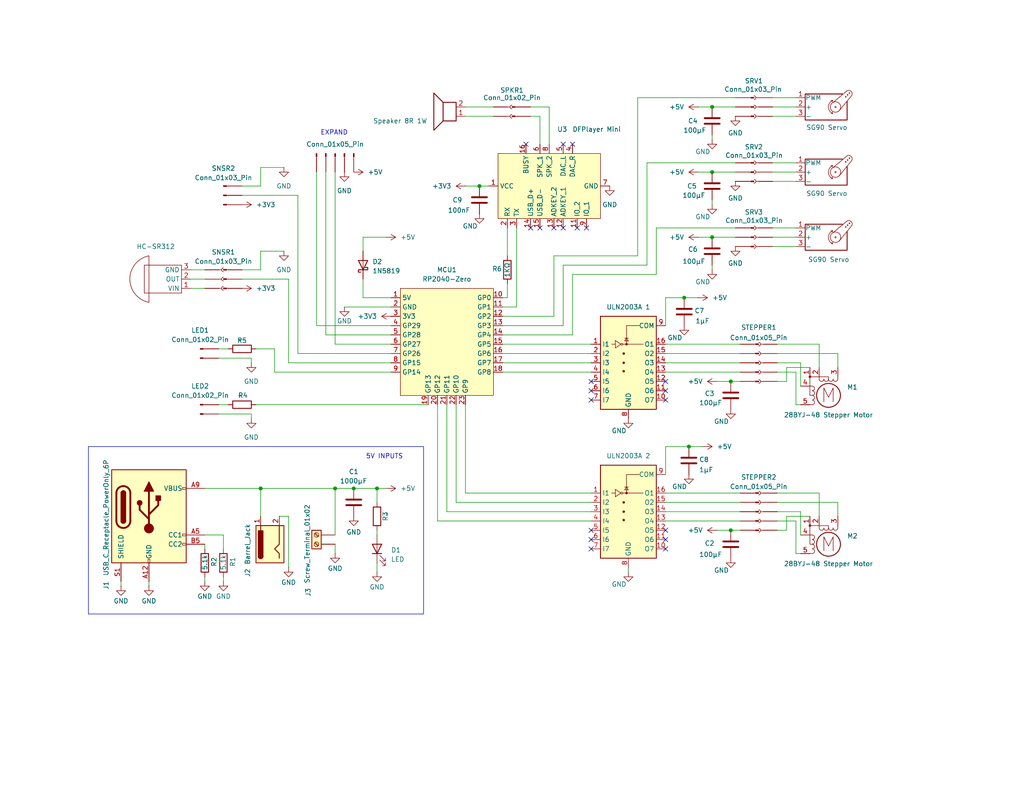
<source format=kicad_sch>
(kicad_sch (version 20250114) (generator "eeschema") (generator_version "9.0")
  (paper "USLetter")
  (title_block (title "Creature Control") (date "2025-09-21") (rev "1.1"))
  (lib_symbols
    (symbol "Conn_01x02_Pin_1" (pin_numbers (hide yes)) (pin_names (offset 1.016) (hide yes))
      (property "Reference" "J" (at 0 2.54 0))
      (property "Value" "Conn_01x02_Pin" (at 0 -5.08 0))
      (symbol "Conn_01x02_Pin_1_1_1"
        (pin passive line (at 5.08 0 180) (length 3.81) (name "Pin_1") (number "1"))
        (pin passive line (at 5.08 -2.54 180) (length 3.81) (name "Pin_2") (number "2"))
      )
    )
    (symbol "Conn_01x03_Pin_1" (pin_numbers (hide yes)) (pin_names (offset 1.016) (hide yes))
      (property "Reference" "J" (at 0 5.08 0))
      (property "Value" "Conn_01x03_Pin" (at 0 -5.08 0))
      (symbol "Conn_01x03_Pin_1_1_1"
        (pin passive line (at 5.08 2.54 180) (length 3.81) (name "Pin_1") (number "1"))
        (pin passive line (at 5.08 0 180) (length 3.81) (name "Pin_2") (number "2"))
        (pin passive line (at 5.08 -2.54 180) (length 3.81) (name "Pin_3") (number "3"))
      )
    )
    (symbol "Conn_01x03_Pin_2" (pin_numbers (hide yes)) (pin_names (offset 1.016) (hide yes))
      (property "Reference" "J" (at 0 5.08 0))
      (property "Value" "Conn_01x03_Pin" (at 0 -5.08 0))
      (symbol "Conn_01x03_Pin_2_1_1"
        (pin passive line (at 5.08 2.54 180) (length 3.81) (name "Pin_1") (number "1"))
        (pin passive line (at 5.08 0 180) (length 3.81) (name "Pin_2") (number "2"))
        (pin passive line (at 5.08 -2.54 180) (length 3.81) (name "Pin_3") (number "3"))
      )
    )
    (symbol "Conn_01x03_Socket_1" (pin_numbers (hide yes)) (pin_names (offset 1.016) (hide yes))
      (property "Reference" "J" (at 0 5.08 0))
      (property "Value" "Conn_01x03_Socket" (at 0 -5.08 0))
      (symbol "Conn_01x03_Socket_1_1_1"
        (pin passive line (at -5.08 2.54 0) (length 3.81) (name "Pin_1") (number "1"))
        (pin passive line (at -5.08 0 0) (length 3.81) (name "Pin_2") (number "2"))
        (pin passive line (at -5.08 -2.54 0) (length 3.81) (name "Pin_3") (number "3"))
      )
    )
    (symbol "Conn_01x05_Pin_1" (pin_numbers (hide yes)) (pin_names (offset 1.016) (hide yes))
      (property "Reference" "J" (at 0 7.62 0))
      (property "Value" "Conn_01x05_Pin" (at 0 -7.62 0))
      (symbol "Conn_01x05_Pin_1_1_1"
        (pin passive line (at 5.08 5.08 180) (length 3.81) (name "Pin_1") (number "1"))
        (pin passive line (at 5.08 2.54 180) (length 3.81) (name "Pin_2") (number "2"))
        (pin passive line (at 5.08 0 180) (length 3.81) (name "Pin_3") (number "3"))
        (pin passive line (at 5.08 -2.54 180) (length 3.81) (name "Pin_4") (number "4"))
        (pin passive line (at 5.08 -5.08 180) (length 3.81) (name "Pin_5") (number "5"))
      )
    )
    (symbol "Connector:Barrel_Jack" (pin_names (offset 1.016))
      (property "Reference" "J" (at 0 5.334 0))
      (property "Value" "Barrel_Jack" (at 0 -5.08 0))
      (symbol "Barrel_Jack_1_1"
        (pin passive line (at 7.62 2.54 180) (length 2.54) (name "~") (number "1"))
        (pin passive line (at 7.62 -2.54 180) (length 2.54) (name "~") (number "2"))
      )
    )
    (symbol "Connector:Conn_01x02_Pin" (pin_numbers (hide yes)) (pin_names (offset 1.016) (hide yes))
      (property "Reference" "J" (at 0 2.54 0))
      (property "Value" "Conn_01x02_Pin" (at 0 -5.08 0))
      (symbol "Conn_01x02_Pin_1_1"
        (pin passive line (at 5.08 0 180) (length 3.81) (name "Pin_1") (number "1"))
        (pin passive line (at 5.08 -2.54 180) (length 3.81) (name "Pin_2") (number "2"))
      )
    )
    (symbol "Connector:Conn_01x02_Socket" (pin_numbers (hide yes)) (pin_names (offset 1.016) (hide yes))
      (property "Reference" "J" (at 0 2.54 0))
      (property "Value" "Conn_01x02_Socket" (at 0 -5.08 0))
      (symbol "Conn_01x02_Socket_1_1"
        (pin passive line (at -5.08 0 0) (length 3.81) (name "Pin_1") (number "1"))
        (pin passive line (at -5.08 -2.54 0) (length 3.81) (name "Pin_2") (number "2"))
      )
    )
    (symbol "Connector:Conn_01x03_Pin" (pin_numbers (hide yes)) (pin_names (offset 1.016) (hide yes))
      (property "Reference" "J" (at 0 5.08 0))
      (property "Value" "Conn_01x03_Pin" (at 0 -5.08 0))
      (symbol "Conn_01x03_Pin_1_1"
        (pin passive line (at 5.08 2.54 180) (length 3.81) (name "Pin_1") (number "1"))
        (pin passive line (at 5.08 0 180) (length 3.81) (name "Pin_2") (number "2"))
        (pin passive line (at 5.08 -2.54 180) (length 3.81) (name "Pin_3") (number "3"))
      )
    )
    (symbol "Connector:Conn_01x05_Pin" (pin_numbers (hide yes)) (pin_names (offset 1.016) (hide yes))
      (property "Reference" "J" (at 0 7.62 0))
      (property "Value" "Conn_01x05_Pin" (at 0 -7.62 0))
      (symbol "Conn_01x05_Pin_1_1"
        (pin passive line (at 5.08 5.08 180) (length 3.81) (name "Pin_1") (number "1"))
        (pin passive line (at 5.08 2.54 180) (length 3.81) (name "Pin_2") (number "2"))
        (pin passive line (at 5.08 0 180) (length 3.81) (name "Pin_3") (number "3"))
        (pin passive line (at 5.08 -2.54 180) (length 3.81) (name "Pin_4") (number "4"))
        (pin passive line (at 5.08 -5.08 180) (length 3.81) (name "Pin_5") (number "5"))
      )
    )
    (symbol "Connector:Conn_01x05_Socket" (pin_numbers (hide yes)) (pin_names (offset 1.016) (hide yes))
      (property "Reference" "J" (at 0 7.62 0))
      (property "Value" "Conn_01x05_Socket" (at 0 -7.62 0))
      (symbol "Conn_01x05_Socket_1_1"
        (pin passive line (at -5.08 5.08 0) (length 3.81) (name "Pin_1") (number "1"))
        (pin passive line (at -5.08 2.54 0) (length 3.81) (name "Pin_2") (number "2"))
        (pin passive line (at -5.08 0 0) (length 3.81) (name "Pin_3") (number "3"))
        (pin passive line (at -5.08 -2.54 0) (length 3.81) (name "Pin_4") (number "4"))
        (pin passive line (at -5.08 -5.08 0) (length 3.81) (name "Pin_5") (number "5"))
      )
    )
    (symbol "Connector:Screw_Terminal_01x02" (pin_numbers (hide yes)) (pin_names (offset 1.016) (hide yes))
      (property "Reference" "J" (at 0 2.54 0))
      (property "Value" "Screw_Terminal_01x02" (at 0 -5.08 0))
      (symbol "Screw_Terminal_01x02_1_1"
        (pin passive line (at -5.08 0 0) (length 3.81) (name "Pin_1") (number "1"))
        (pin passive line (at -5.08 -2.54 0) (length 3.81) (name "Pin_2") (number "2"))
      )
    )
    (symbol "Connector:USB_C_Receptacle_PowerOnly_6P" (pin_names (offset 1.016))
      (property "Reference" "J" (at 0 16.51 0))
      (property "Value" "USB_C_Receptacle_PowerOnly_6P" (at 0 13.97 0))
      (symbol "USB_C_Receptacle_PowerOnly_6P_1_1"
        (pin passive line (at -7.62 -17.78 90) (length 5.08) (name "SHIELD") (number "S1"))
        (pin passive line (at 0 -17.78 90) (length 5.08) (name "GND") (number "A12"))
        (pin passive line (at 0 -17.78 90) (length 5.08) (hide yes) (name "GND") (number "B12"))
        (pin passive line (at 15.24 7.62 180) (length 5.08) (name "VBUS") (number "A9"))
        (pin passive line (at 15.24 7.62 180) (length 5.08) (hide yes) (name "VBUS") (number "B9"))
        (pin bidirectional line (at 15.24 -5.08 180) (length 5.08) (name "CC1") (number "A5"))
        (pin bidirectional line (at 15.24 -7.62 180) (length 5.08) (name "CC2") (number "B5"))
      )
    )
    (symbol "Device:C" (pin_numbers (hide yes)) (pin_names (offset 0.254))
      (property "Reference" "C" (at 0.635 2.54 0))
      (property "Value" "C" (at 0.635 -2.54 0))
      (symbol "C_1_1"
        (pin passive line (at 0 3.81 270) (length 2.794) (name "~") (number "1"))
        (pin passive line (at 0 -3.81 90) (length 2.794) (name "~") (number "2"))
      )
    )
    (symbol "Device:LED" (pin_numbers (hide yes)) (pin_names (offset 1.016) (hide yes))
      (property "Reference" "D" (at 0 2.54 0))
      (property "Value" "LED" (at 0 -2.54 0))
      (symbol "LED_1_1"
        (pin passive line (at -3.81 0 0) (length 2.54) (name "K") (number "1"))
        (pin passive line (at 3.81 0 180) (length 2.54) (name "A") (number "2"))
      )
    )
    (symbol "Device:R" (pin_numbers (hide yes)) (pin_names (offset 0) (hide yes))
      (property "Reference" "R" (at 2.032 0 90))
      (property "Value" "R" (at 0 0 90))
      (symbol "R_1_1"
        (pin passive line (at 0 3.81 270) (length 1.27) (name "~") (number "1"))
        (pin passive line (at 0 -3.81 90) (length 1.27) (name "~") (number "2"))
      )
    )
    (symbol "Device:Speaker" (pin_names (offset 0) (hide yes))
      (property "Reference" "LS" (at 1.27 5.715 0))
      (property "Value" "Speaker" (at 1.27 3.81 0))
      (symbol "Speaker_1_1"
        (pin input line (at -5.08 0 0) (length 2.54) (name "1") (number "1"))
        (pin input line (at -5.08 -2.54 0) (length 2.54) (name "2") (number "2"))
      )
    )
    (symbol "Diode:1N5819" (pin_numbers (hide yes)) (pin_names (offset 1.016) (hide yes))
      (property "Reference" "D" (at 0 2.54 0))
      (property "Value" "1N5819" (at 0 -2.54 0))
      (symbol "1N5819_1_1"
        (pin passive line (at -3.81 0 0) (length 2.54) (name "K") (number "1"))
        (pin passive line (at 3.81 0 180) (length 2.54) (name "A") (number "2"))
      )
    )
    (symbol "Ken_Library:DFPlayer_Mini"
      (property "Reference" "U" (at -7.62 15.24 0))
      (property "Value" "DFPlayer Mini" (at 7.62 -15.24 0))
      (symbol "DFPlayer_Mini_1_1"
        (pin input line (at -11.43 11.43 0) (length 2.54) (name "RX") (number "2"))
        (pin output line (at -11.43 8.89 0) (length 2.54) (name "TX") (number "3"))
        (pin bidirectional line (at -11.43 5.08 0) (length 2.54) (name "USB_D+") (number "14"))
        (pin bidirectional line (at -11.43 2.54 0) (length 2.54) (name "USB_D-") (number "15"))
        (pin input line (at -11.43 -1.27 0) (length 2.54) (name "ADKEY_2") (number "13"))
        (pin input line (at -11.43 -3.81 0) (length 2.54) (name "ADKEY_1") (number "12"))
        (pin input line (at -11.43 -7.62 0) (length 2.54) (name "IO_2") (number "11"))
        (pin input line (at -11.43 -10.16 0) (length 2.54) (name "IO_1") (number "9"))
        (pin power_in line (at 0 16.51 270) (length 2.54) (name "VCC") (number "1"))
        (pin passive line (at 0 -16.51 90) (length 2.54) (hide yes) (name "GND") (number "10"))
        (pin power_in line (at 0 -16.51 90) (length 2.54) (name "GND") (number "7"))
        (pin output line (at 11.43 6.35 180) (length 2.54) (name "BUSY") (number "16"))
        (pin output line (at 11.43 2.54 180) (length 2.54) (name "SPK_1") (number "6"))
        (pin output line (at 11.43 0 180) (length 2.54) (name "SPK_2") (number "8"))
        (pin output line (at 11.43 -3.81 180) (length 2.54) (name "DAC_L") (number "5"))
        (pin output line (at 11.43 -6.35 180) (length 2.54) (name "DAC_R") (number "4"))
      )
    )
    (symbol "Ken_Library:HC-SR312"
      (property "Reference" "PIR Motion Sensor" (at 0 7.112 0))
      (symbol "HC-SR312_1_1"
        (pin input line (at -2.54 -11.43 90) (length 2.54) (name "VIN") (number "1"))
        (pin output line (at 0 -11.43 90) (length 2.54) (name "OUT") (number "2"))
        (pin input line (at 2.54 -11.43 90) (length 2.54) (name "GND") (number "3"))
      )
    )
    (symbol "Ken_Library:RP2040-Zero"
      (property "Reference" "U" (at 0 0 0))
      (property "Value" "RP2040-Zero" (at 0 8.89 0))
      (symbol "RP2040-Zero_1_1"
        (pin power_in line (at -15.24 5.08 0) (length 2.54) (name "5V") (number "1"))
        (pin power_in line (at -15.24 2.54 0) (length 2.54) (name "GND") (number "2"))
        (pin power_in line (at -15.24 0 0) (length 2.54) (name "3V3") (number "3"))
        (pin bidirectional line (at -15.24 -2.54 0) (length 2.54) (name "GP29") (number "4"))
        (pin bidirectional line (at -15.24 -5.08 0) (length 2.54) (name "GP28") (number "5"))
        (pin bidirectional line (at -15.24 -7.62 0) (length 2.54) (name "GP27") (number "6"))
        (pin bidirectional line (at -15.24 -10.16 0) (length 2.54) (name "GP26") (number "7"))
        (pin bidirectional line (at -15.24 -12.7 0) (length 2.54) (name "GP15") (number "8"))
        (pin bidirectional line (at -15.24 -15.24 0) (length 2.54) (name "GP14") (number "9"))
        (pin bidirectional line (at -5.08 -24.13 90) (length 2.54) (name "GP13") (number "19"))
        (pin bidirectional line (at -2.54 -24.13 90) (length 2.54) (name "GP12") (number "20"))
        (pin bidirectional line (at 0 -24.13 90) (length 2.54) (name "GP11") (number "21"))
        (pin bidirectional line (at 2.54 -24.13 90) (length 2.54) (name "GP10") (number "22"))
        (pin bidirectional line (at 5.08 -24.13 90) (length 2.54) (name "GP9") (number "23"))
        (pin bidirectional line (at 15.24 5.08 180) (length 2.54) (name "GP0") (number "10"))
        (pin bidirectional line (at 15.24 2.54 180) (length 2.54) (name "GP1") (number "11"))
        (pin bidirectional line (at 15.24 0 180) (length 2.54) (name "GP2") (number "12"))
        (pin bidirectional line (at 15.24 -2.54 180) (length 2.54) (name "GP3") (number "13"))
        (pin bidirectional line (at 15.24 -5.08 180) (length 2.54) (name "GP4") (number "14"))
        (pin bidirectional line (at 15.24 -7.62 180) (length 2.54) (name "GP5") (number "15"))
        (pin bidirectional line (at 15.24 -10.16 180) (length 2.54) (name "GP6") (number "16"))
        (pin bidirectional line (at 15.24 -12.7 180) (length 2.54) (name "GP7") (number "17"))
        (pin bidirectional line (at 15.24 -15.24 180) (length 2.54) (name "GP8") (number "18"))
      )
    )
    (symbol "Motor:Motor_Servo" (pin_names (offset 0.0254))
      (property "Reference" "M" (at -5.08 4.445 0))
      (property "Value" "Motor_Servo" (at -5.08 -4.064 0))
      (symbol "Motor_Servo_1_1"
        (pin passive line (at -7.62 2.54 0) (length 2.54) (name "PWM") (number "1"))
        (pin passive line (at -7.62 0 0) (length 2.54) (name "+") (number "2"))
        (pin passive line (at -7.62 -2.54 0) (length 2.54) (name "-") (number "3"))
      )
    )
    (symbol "Motor:Stepper_Motor_unipolar_5pin" (pin_names (offset 0) (hide yes))
      (property "Reference" "M" (at 3.81 2.54 0))
      (property "Value" "Stepper_Motor_unipolar_5pin" (at 3.81 1.27 0))
      (symbol "Stepper_Motor_unipolar_5pin_1_1"
        (pin passive line (at -7.62 2.54 0) (length 2.54) (name "~") (number "4"))
        (pin passive line (at -7.62 -2.54 0) (length 2.54) (name "~") (number "5"))
        (pin passive line (at -5.08 7.62 270) (length 2.54) (name "~") (number "1"))
        (pin passive line (at -2.54 7.62 270) (length 2.54) (name "~") (number "2"))
        (pin passive line (at 2.54 7.62 270) (length 2.54) (name "-") (number "3"))
      )
    )
    (symbol "R_1" (pin_numbers (hide yes)) (pin_names (offset 0) (hide yes))
      (property "Reference" "R" (at 2.032 0 90))
      (property "Value" "R" (at 0 0 90))
      (symbol "R_1_1_1"
        (pin passive line (at 0 3.81 270) (length 1.27) (name "~") (number "1"))
        (pin passive line (at 0 -3.81 90) (length 1.27) (name "~") (number "2"))
      )
    )
    (symbol "R_2" (pin_numbers (hide yes)) (pin_names (offset 0) (hide yes))
      (property "Reference" "R" (at 2.032 0 90))
      (property "Value" "R" (at 0 0 90))
      (symbol "R_2_1_1"
        (pin passive line (at 0 3.81 270) (length 1.27) (name "~") (number "1"))
        (pin passive line (at 0 -3.81 90) (length 1.27) (name "~") (number "2"))
      )
    )
    (symbol "R_3" (pin_numbers (hide yes)) (pin_names (offset 0) (hide yes))
      (property "Reference" "R" (at 2.032 0 90))
      (property "Value" "R" (at 0 0 90))
      (symbol "R_3_1_1"
        (pin passive line (at 0 3.81 270) (length 1.27) (name "~") (number "1"))
        (pin passive line (at 0 -3.81 90) (length 1.27) (name "~") (number "2"))
      )
    )
    (symbol "Transistor_Array:ULN2003"
      (property "Reference" "U" (at 0 15.875 0))
      (property "Value" "ULN2003" (at 0 13.97 0))
      (symbol "ULN2003_1_1"
        (pin input line (at -10.16 5.08 0) (length 2.54) (name "I1") (number "1"))
        (pin input line (at -10.16 2.54 0) (length 2.54) (name "I2") (number "2"))
        (pin input line (at -10.16 0 0) (length 2.54) (name "I3") (number "3"))
        (pin input line (at -10.16 -2.54 0) (length 2.54) (name "I4") (number "4"))
        (pin input line (at -10.16 -5.08 0) (length 2.54) (name "I5") (number "5"))
        (pin input line (at -10.16 -7.62 0) (length 2.54) (name "I6") (number "6"))
        (pin input line (at -10.16 -10.16 0) (length 2.54) (name "I7") (number "7"))
        (pin power_in line (at 0 -15.24 90) (length 2.54) (name "GND") (number "8"))
        (pin passive line (at 10.16 10.16 180) (length 2.54) (name "COM") (number "9"))
        (pin open_collector line (at 10.16 5.08 180) (length 2.54) (name "O1") (number "16"))
        (pin open_collector line (at 10.16 2.54 180) (length 2.54) (name "O2") (number "15"))
        (pin open_collector line (at 10.16 0 180) (length 2.54) (name "O3") (number "14"))
        (pin open_collector line (at 10.16 -2.54 180) (length 2.54) (name "O4") (number "13"))
        (pin open_collector line (at 10.16 -5.08 180) (length 2.54) (name "O5") (number "12"))
        (pin open_collector line (at 10.16 -7.62 180) (length 2.54) (name "O6") (number "11"))
        (pin open_collector line (at 10.16 -10.16 180) (length 2.54) (name "O7") (number "10"))
      )
    )
    (symbol "power:+3V3" (power) (pin_numbers (hide yes)) (pin_names (offset 0) (hide yes))
      (property "Value" "+3V3" (at 0 3.556 0))
      (symbol "+3V3_1_1"
        (pin power_in line (at 0 0 90) (length 0) (name "~") (number "1"))
      )
    )
    (symbol "power:+5V" (power) (pin_numbers (hide yes)) (pin_names (offset 0) (hide yes))
      (property "Value" "+5V" (at 0 3.556 0))
      (symbol "+5V_1_1"
        (pin power_in line (at 0 0 90) (length 0) (name "~") (number "1"))
      )
    )
    (symbol "power:GND" (power) (pin_numbers (hide yes)) (pin_names (offset 0) (hide yes))
      (property "Value" "GND" (at 0 -3.81 0))
      (symbol "GND_1_1"
        (pin power_in line (at 0 0 270) (length 0) (name "~") (number "1"))
      )
    )
  )
  (rectangle (start 24.13 121.92) (end 115.57 167.64))
  (text "5V INPUTS" (at 104.902 124.714 0) (effects (font (size 1.27 1.27))))
  (text "EXPAND" (at 91.186 36.322 0) (effects (font (size 1.27 1.27))))
  (junction (at 199.39 104.14))
  (junction (at 186.69 81.28))
  (junction (at 96.52 133.35))
  (junction (at 194.31 46.99))
  (junction (at 91.44 133.35))
  (junction (at 194.31 64.77))
  (junction (at 194.31 29.21))
  (junction (at 187.96 121.92))
  (junction (at 71.12 133.35))
  (junction (at 199.39 144.78))
  (junction (at 130.81 50.8))
  (junction (at 102.87 133.35))
  (no_connect (at 161.29 144.78))
  (no_connect (at 144.78 62.23))
  (no_connect (at 181.61 104.14))
  (no_connect (at 157.48 62.23))
  (no_connect (at 181.61 149.86))
  (no_connect (at 160.02 62.23))
  (no_connect (at 156.21 39.37))
  (no_connect (at 143.51 39.37))
  (no_connect (at 161.29 104.14))
  (no_connect (at 153.67 62.23))
  (no_connect (at 161.29 149.86))
  (no_connect (at 151.13 62.23))
  (no_connect (at 161.29 147.32))
  (no_connect (at 181.61 147.32))
  (no_connect (at 147.32 62.23))
  (no_connect (at 161.29 109.22))
  (no_connect (at 153.67 39.37))
  (no_connect (at 181.61 144.78))
  (no_connect (at 161.29 106.68))
  (no_connect (at 181.61 109.22))
  (no_connect (at 181.61 106.68))
  (wire (pts (xy 212.09 134.62) (xy 223.52 134.62)))
  (wire (pts (xy 102.87 133.35) (xy 102.87 137.16)))
  (wire (pts (xy 214.63 100.33) (xy 214.63 104.14)))
  (wire (pts (xy 194.31 54.61) (xy 194.31 55.88)))
  (wire (pts (xy 93.98 83.82) (xy 106.68 83.82)))
  (wire (pts (xy 102.87 144.78) (xy 102.87 146.05)))
  (wire (pts (xy 134.62 29.21) (xy 127 29.21)))
  (wire (pts (xy 210.82 29.21) (xy 217.17 29.21)))
  (wire (pts (xy 210.82 62.23) (xy 217.17 62.23)))
  (wire (pts (xy 134.62 31.75) (xy 127 31.75)))
  (wire (pts (xy 137.16 99.06) (xy 161.29 99.06)))
  (wire (pts (xy 181.61 101.6) (xy 201.93 101.6)))
  (wire (pts (xy 74.93 101.6) (xy 106.68 101.6)))
  (wire (pts (xy 99.06 81.28) (xy 99.06 76.2)))
  (wire (pts (xy 59.69 113.03) (xy 68.58 113.03)))
  (wire (pts (xy 179.07 74.93) (xy 179.07 62.23)))
  (wire (pts (xy 228.6 137.16) (xy 228.6 140.97)))
  (wire (pts (xy 71.12 45.72) (xy 77.47 45.72)))
  (wire (pts (xy 217.17 151.13) (xy 218.44 151.13)))
  (wire (pts (xy 60.96 146.05) (xy 55.88 146.05)))
  (wire (pts (xy 96.52 133.35) (xy 102.87 133.35)))
  (wire (pts (xy 179.07 62.23) (xy 200.66 62.23)))
  (wire (pts (xy 153.67 88.9) (xy 153.67 72.39)))
  (wire (pts (xy 181.61 93.98) (xy 201.93 93.98)))
  (wire (pts (xy 71.12 73.66) (xy 66.04 73.66)))
  (wire (pts (xy 71.12 133.35) (xy 91.44 133.35)))
  (wire (pts (xy 181.61 137.16) (xy 201.93 137.16)))
  (wire (pts (xy 149.86 29.21) (xy 144.78 29.21)))
  (wire (pts (xy 99.06 81.28) (xy 106.68 81.28)))
  (wire (pts (xy 214.63 140.97) (xy 214.63 144.78)))
  (wire (pts (xy 176.53 72.39) (xy 176.53 44.45)))
  (wire (pts (xy 181.61 139.7) (xy 201.93 139.7)))
  (wire (pts (xy 52.07 73.66) (xy 55.88 73.66)))
  (wire (pts (xy 68.58 113.03) (xy 68.58 114.3)))
  (wire (pts (xy 33.02 160.02) (xy 33.02 158.75)))
  (wire (pts (xy 223.52 93.98) (xy 223.52 100.33)))
  (wire (pts (xy 190.5 64.77) (xy 194.31 64.77)))
  (wire (pts (xy 218.44 99.06) (xy 218.44 105.41)))
  (wire (pts (xy 181.61 129.54) (xy 181.61 121.92)))
  (wire (pts (xy 194.31 29.21) (xy 200.66 29.21)))
  (wire (pts (xy 102.87 133.35) (xy 105.41 133.35)))
  (wire (pts (xy 137.16 93.98) (xy 161.29 93.98)))
  (wire (pts (xy 195.58 104.14) (xy 199.39 104.14)))
  (wire (pts (xy 218.44 99.06) (xy 212.09 99.06)))
  (wire (pts (xy 181.61 96.52) (xy 201.93 96.52)))
  (wire (pts (xy 78.74 140.97) (xy 78.74 154.94)))
  (wire (pts (xy 81.28 96.52) (xy 106.68 96.52)))
  (wire (pts (xy 210.82 46.99) (xy 217.17 46.99)))
  (wire (pts (xy 214.63 100.33) (xy 220.98 100.33)))
  (wire (pts (xy 60.96 149.86) (xy 60.96 146.05)))
  (wire (pts (xy 137.16 88.9) (xy 153.67 88.9)))
  (wire (pts (xy 99.06 64.77) (xy 105.41 64.77)))
  (wire (pts (xy 138.43 69.85) (xy 138.43 62.23)))
  (wire (pts (xy 68.58 97.79) (xy 68.58 99.06)))
  (wire (pts (xy 60.96 158.75) (xy 60.96 157.48)))
  (wire (pts (xy 59.69 97.79) (xy 68.58 97.79)))
  (wire (pts (xy 121.92 110.49) (xy 121.92 139.7)))
  (wire (pts (xy 81.28 53.34) (xy 81.28 96.52)))
  (wire (pts (xy 176.53 44.45) (xy 200.66 44.45)))
  (wire (pts (xy 173.99 69.85) (xy 173.99 26.67)))
  (wire (pts (xy 88.9 46.99) (xy 88.9 91.44)))
  (wire (pts (xy 138.43 81.28) (xy 137.16 81.28)))
  (wire (pts (xy 190.5 81.28) (xy 186.69 81.28)))
  (wire (pts (xy 151.13 86.36) (xy 151.13 69.85)))
  (wire (pts (xy 40.64 160.02) (xy 40.64 158.75)))
  (wire (pts (xy 76.2 140.97) (xy 78.74 140.97)))
  (wire (pts (xy 217.17 110.49) (xy 218.44 110.49)))
  (wire (pts (xy 181.61 99.06) (xy 201.93 99.06)))
  (wire (pts (xy 138.43 81.28) (xy 138.43 77.47)))
  (wire (pts (xy 91.44 93.98) (xy 91.44 46.99)))
  (wire (pts (xy 149.86 39.37) (xy 149.86 29.21)))
  (wire (pts (xy 210.82 64.77) (xy 217.17 64.77)))
  (wire (pts (xy 86.36 88.9) (xy 86.36 46.99)))
  (wire (pts (xy 91.44 133.35) (xy 96.52 133.35)))
  (wire (pts (xy 212.09 139.7) (xy 218.44 139.7)))
  (wire (pts (xy 210.82 31.75) (xy 217.17 31.75)))
  (wire (pts (xy 121.92 139.7) (xy 161.29 139.7)))
  (wire (pts (xy 181.61 121.92) (xy 187.96 121.92)))
  (wire (pts (xy 217.17 101.6) (xy 217.17 110.49)))
  (wire (pts (xy 55.88 149.86) (xy 55.88 148.59)))
  (wire (pts (xy 91.44 151.13) (xy 91.44 148.59)))
  (wire (pts (xy 190.5 29.21) (xy 194.31 29.21)))
  (wire (pts (xy 156.21 74.93) (xy 179.07 74.93)))
  (wire (pts (xy 137.16 86.36) (xy 151.13 86.36)))
  (wire (pts (xy 218.44 139.7) (xy 218.44 146.05)))
  (wire (pts (xy 210.82 26.67) (xy 217.17 26.67)))
  (wire (pts (xy 62.23 95.25) (xy 59.69 95.25)))
  (wire (pts (xy 137.16 91.44) (xy 156.21 91.44)))
  (wire (pts (xy 214.63 140.97) (xy 220.98 140.97)))
  (wire (pts (xy 156.21 91.44) (xy 156.21 74.93)))
  (wire (pts (xy 210.82 49.53) (xy 217.17 49.53)))
  (wire (pts (xy 127 134.62) (xy 161.29 134.62)))
  (wire (pts (xy 181.61 142.24) (xy 201.93 142.24)))
  (wire (pts (xy 69.85 95.25) (xy 74.93 95.25)))
  (wire (pts (xy 106.68 93.98) (xy 91.44 93.98)))
  (wire (pts (xy 55.88 133.35) (xy 71.12 133.35)))
  (wire (pts (xy 52.07 78.74) (xy 55.88 78.74)))
  (wire (pts (xy 71.12 73.66) (xy 71.12 68.58)))
  (wire (pts (xy 151.13 69.85) (xy 173.99 69.85)))
  (wire (pts (xy 147.32 39.37) (xy 147.32 31.75)))
  (wire (pts (xy 181.61 88.9) (xy 181.61 81.28)))
  (wire (pts (xy 228.6 96.52) (xy 212.09 96.52)))
  (wire (pts (xy 91.44 133.35) (xy 91.44 146.05)))
  (wire (pts (xy 137.16 96.52) (xy 161.29 96.52)))
  (wire (pts (xy 194.31 38.1) (xy 194.31 36.83)))
  (wire (pts (xy 147.32 31.75) (xy 144.78 31.75)))
  (wire (pts (xy 66.04 53.34) (xy 81.28 53.34)))
  (wire (pts (xy 181.61 81.28) (xy 186.69 81.28)))
  (wire (pts (xy 106.68 91.44) (xy 88.9 91.44)))
  (wire (pts (xy 71.12 50.8) (xy 71.12 45.72)))
  (wire (pts (xy 78.74 99.06) (xy 106.68 99.06)))
  (wire (pts (xy 127 110.49) (xy 127 134.62)))
  (wire (pts (xy 194.31 64.77) (xy 200.66 64.77)))
  (wire (pts (xy 199.39 144.78) (xy 201.93 144.78)))
  (wire (pts (xy 71.12 68.58) (xy 77.47 68.58)))
  (wire (pts (xy 119.38 110.49) (xy 119.38 142.24)))
  (wire (pts (xy 71.12 133.35) (xy 71.12 140.97)))
  (wire (pts (xy 210.82 44.45) (xy 217.17 44.45)))
  (wire (pts (xy 212.09 142.24) (xy 217.17 142.24)))
  (wire (pts (xy 52.07 76.2) (xy 55.88 76.2)))
  (wire (pts (xy 130.81 50.8) (xy 133.35 50.8)))
  (wire (pts (xy 191.77 121.92) (xy 187.96 121.92)))
  (wire (pts (xy 223.52 93.98) (xy 212.09 93.98)))
  (wire (pts (xy 124.46 110.49) (xy 124.46 137.16)))
  (wire (pts (xy 212.09 137.16) (xy 228.6 137.16)))
  (wire (pts (xy 137.16 83.82) (xy 140.97 83.82)))
  (wire (pts (xy 212.09 144.78) (xy 214.63 144.78)))
  (wire (pts (xy 153.67 72.39) (xy 176.53 72.39)))
  (wire (pts (xy 194.31 73.66) (xy 194.31 72.39)))
  (wire (pts (xy 74.93 95.25) (xy 74.93 101.6)))
  (wire (pts (xy 228.6 96.52) (xy 228.6 100.33)))
  (wire (pts (xy 190.5 46.99) (xy 194.31 46.99)))
  (wire (pts (xy 119.38 142.24) (xy 161.29 142.24)))
  (wire (pts (xy 55.88 158.75) (xy 55.88 157.48)))
  (wire (pts (xy 194.31 46.99) (xy 200.66 46.99)))
  (wire (pts (xy 195.58 144.78) (xy 199.39 144.78)))
  (wire (pts (xy 173.99 26.67) (xy 200.66 26.67)))
  (wire (pts (xy 62.23 110.49) (xy 59.69 110.49)))
  (wire (pts (xy 127 50.8) (xy 130.81 50.8)))
  (wire (pts (xy 124.46 137.16) (xy 161.29 137.16)))
  (wire (pts (xy 106.68 88.9) (xy 86.36 88.9)))
  (wire (pts (xy 69.85 110.49) (xy 116.84 110.49)))
  (wire (pts (xy 137.16 101.6) (xy 161.29 101.6)))
  (wire (pts (xy 71.12 50.8) (xy 66.04 50.8)))
  (wire (pts (xy 99.06 68.58) (xy 99.06 64.77)))
  (wire (pts (xy 199.39 104.14) (xy 201.93 104.14)))
  (wire (pts (xy 217.17 142.24) (xy 217.17 151.13)))
  (wire (pts (xy 102.87 156.21) (xy 102.87 153.67)))
  (wire (pts (xy 217.17 101.6) (xy 212.09 101.6)))
  (wire (pts (xy 214.63 104.14) (xy 212.09 104.14)))
  (wire (pts (xy 140.97 83.82) (xy 140.97 62.23)))
  (wire (pts (xy 66.04 76.2) (xy 78.74 76.2)))
  (wire (pts (xy 171.45 156.21) (xy 171.45 154.94)))
  (wire (pts (xy 223.52 134.62) (xy 223.52 140.97)))
  (wire (pts (xy 181.61 134.62) (xy 201.93 134.62)))
  (wire (pts (xy 78.74 76.2) (xy 78.74 99.06)))
  (wire (pts (xy 210.82 67.31) (xy 217.17 67.31)))
  (symbol (lib_id "Device:C") (at 194.31 68.58 180) (unit 1)
    (property "Reference" "C6" (at 187.706 68.072 0) (effects (justify right)))
    (property "Value" "100µF" (at 186.182 71.374 0) (effects (justify right)))
    (property "Description" "Unpolarized capacitor" (effects (hide yes)))
  )
  (symbol (lib_id "Motor:Stepper_Motor_unipolar_5pin") (at 226.06 148.59 0) (unit 1)
    (property "Reference" "M2" (at 231.14 146.342 0) (effects (justify left)))
    (property "Value" "28BYJ-48 Stepper Motor" (at 213.868 153.924 0) (effects (justify left)))
    (property "Datasheet" "http://www.infineon.com/dgdl/Application-Note-TLE8110EE_driving_UniPolarStepperMotor_V1.1.pdf?fileId=db3a30431be39b97011be5d0aa0a00b0" (effects (hide yes)))
    (property "Description" "5-wire unipolar stepper motor" (effects (hide yes)))
  )
  (symbol (lib_name "Conn_01x05_Pin_1") (lib_id "Connector:Conn_01x05_Pin") (at 207.01 139.7 180) (unit 1)
    (property "Reference" "STEPPER2" (at 202.184 130.302 0) (effects (justify right)))
    (property "Value" "Conn_01x05_Pin" (at 199.136 132.842 0) (effects (justify right)))
    (property "Description" "Generic connector, single row, 01x05, script generated" (effects (hide yes)))
  )
  (symbol (lib_id "Connector:Conn_01x03_Pin") (at 205.74 29.21 180) (unit 1)
    (property "Reference" "SRV1" (at 203.2 22.098 0) (effects (justify right)))
    (property "Value" "Conn_01x03_Pin" (at 197.612 24.384 0) (effects (justify right)))
    (property "Description" "Generic connector, single row, 01x03, script generated" (effects (hide yes)))
  )
  (symbol (lib_id "power:GND") (at 186.69 88.9 0) (unit 1)
    (property "Reference" "#PWR011" (effects (hide yes)))
    (property "Value" "GND" (at 184.15 92.202 0))
    (property "Description" "Power symbol creates a global label with name \"GND\" , ground" (effects (hide yes)))
  )
  (symbol (lib_id "power:GND") (at 55.88 158.75 0) (unit 1)
    (property "Reference" "#PWR038" (effects (hide yes)))
    (property "Value" "GND" (at 55.88 162.814 0))
    (property "Description" "Power symbol creates a global label with name \"GND\" , ground" (effects (hide yes)))
  )
  (symbol (lib_id "power:GND") (at 96.52 140.97 0) (unit 1)
    (property "Reference" "#PWR09" (effects (hide yes)))
    (property "Value" "GND" (at 96.52 145.288 0))
    (property "Description" "Power symbol creates a global label with name \"GND\" , ground" (effects (hide yes)))
  )
  (symbol (lib_id "Motor:Motor_Servo") (at 224.79 29.21 0) (unit 1)
    (property "Reference" "SERVO1" (effects (hide yes)))
    (property "Value" "SG90 Servo" (at 219.964 34.798 0) (effects (justify left)))
    (property "Datasheet" "http://forums.parallax.com/uploads/attachments/46831/74481.png" (effects (hide yes)))
    (property "Description" "Servo Motor (Futaba, HiTec, JR connector)" (effects (hide yes)))
  )
  (symbol (lib_id "Device:C") (at 199.39 148.59 180) (unit 1)
    (property "Reference" "C2" (at 192.278 148.336 0) (effects (justify right)))
    (property "Value" "100µF" (at 190.754 151.384 0) (effects (justify right)))
    (property "Description" "Unpolarized capacitor" (effects (hide yes)))
  )
  (symbol (lib_id "Device:Speaker") (at 121.92 31.75 180) (unit 1)
    (property "Reference" "LS1" (effects (hide yes)))
    (property "Value" "Speaker 8R 1W" (at 116.586 33.02 0) (effects (justify left)))
    (property "Description" "Speaker" (effects (hide yes)))
  )
  (symbol (lib_name "R_3") (lib_id "Device:R") (at 138.43 73.66 180) (unit 1)
    (property "Reference" "R6" (at 135.636 73.406 0))
    (property "Value" "1KΩ" (at 138.43 71.628 90) (effects (justify left)))
    (property "Description" "Resistor" (effects (hide yes)))
  )
  (symbol (lib_id "power:GND") (at 200.66 49.53 0) (unit 1)
    (property "Reference" "#PWR022" (effects (hide yes)))
    (property "Value" "GND" (at 200.66 54.102 0))
    (property "Description" "Power symbol creates a global label with name \"GND\" , ground" (effects (hide yes)))
  )
  (symbol (lib_id "power:GND") (at 77.47 68.58 0) (unit 1)
    (property "Reference" "#PWR020" (effects (hide yes)))
    (property "Value" "GND" (at 77.47 73.66 0))
    (property "Description" "Power symbol creates a global label with name \"GND\" , ground" (effects (hide yes)))
  )
  (symbol (lib_id "Device:C") (at 199.39 107.95 180) (unit 1)
    (property "Reference" "C3" (at 192.278 107.442 0) (effects (justify right)))
    (property "Value" "100µF" (at 190.754 109.982 0) (effects (justify right)))
    (property "Description" "Unpolarized capacitor" (effects (hide yes)))
  )
  (symbol (lib_name "R_3") (lib_id "Device:R") (at 102.87 140.97 0) (unit 1)
    (property "Reference" "R3" (at 105.156 140.97 90))
    (property "Value" "~" (at 105.41 140.9699 90) (effects (justify left)))
    (property "Description" "Resistor" (effects (hide yes)))
  )
  (symbol (lib_id "Motor:Stepper_Motor_unipolar_5pin") (at 226.06 107.95 0) (unit 1)
    (property "Reference" "M1" (at 231.14 105.702 0) (effects (justify left)))
    (property "Value" "28BYJ-48 Stepper Motor" (at 213.868 113.284 0) (effects (justify left)))
    (property "Datasheet" "http://www.infineon.com/dgdl/Application-Note-TLE8110EE_driving_UniPolarStepperMotor_V1.1.pdf?fileId=db3a30431be39b97011be5d0aa0a00b0" (effects (hide yes)))
    (property "Description" "5-wire unipolar stepper motor" (effects (hide yes)))
  )
  (symbol (lib_name "Conn_01x03_Pin_1") (lib_id "Connector:Conn_01x03_Pin") (at 60.96 76.2 0) (unit 1)
    (property "Reference" "SNSR1" (at 60.96 68.834 0))
    (property "Value" "Conn_01x03_Pin" (at 60.96 71.374 0))
    (property "Description" "Generic connector, single row, 01x03, script generated" (effects (hide yes)))
  )
  (symbol (lib_id "Transistor_Array:ULN2003") (at 171.45 99.06 0) (unit 1)
    (property "Reference" "U4" (effects (hide yes)))
    (property "Value" "ULN2003A 1" (at 171.45 83.82 0))
    (property "Datasheet" "http://www.ti.com/lit/ds/symlink/uln2003a.pdf" (effects (hide yes)))
    (property "Description" "High Voltage, High Current Darlington Transistor Arrays, SOIC16/SOIC16W/DIP16/TSSOP16" (effects (hide yes)))
  )
  (symbol (lib_id "power:GND") (at 194.31 73.66 0) (unit 1)
    (property "Reference" "#PWR016" (effects (hide yes)))
    (property "Value" "GND" (at 191.77 76.962 0))
    (property "Description" "Power symbol creates a global label with name \"GND\" , ground" (effects (hide yes)))
  )
  (symbol (lib_id "Connector:Conn_01x05_Socket") (at 207.01 99.06 180) (unit 1)
    (property "Reference" "J9" (effects (hide yes)))
    (property "Value" "Conn_01x05_Socket" (effects (hide yes)))
    (property "Description" "Generic connector, single row, 01x05, script generated" (effects (hide yes)))
  )
  (symbol (lib_id "power:+3V3") (at 66.04 78.74 270) (unit 1)
    (property "Reference" "#PWR034" (effects (hide yes)))
    (property "Value" "+3V3" (at 69.85 78.7399 90) (effects (justify left)))
    (property "Description" "Power symbol creates a global label with name \"+3V3\"" (effects (hide yes)))
  )
  (symbol (lib_id "Connector:Conn_01x05_Pin") (at 91.44 41.91 270) (unit 1)
    (property "Reference" "J12" (effects (hide yes)))
    (property "Value" "Conn_01x05_Pin" (at 91.44 39.37 90))
    (property "Description" "Generic connector, single row, 01x05, script generated" (effects (hide yes)))
  )
  (symbol (lib_id "Transistor_Array:ULN2003") (at 171.45 139.7 0) (unit 1)
    (property "Reference" "U1" (effects (hide yes)))
    (property "Value" "ULN2003A 2" (at 171.45 124.46 0))
    (property "Datasheet" "http://www.ti.com/lit/ds/symlink/uln2003a.pdf" (effects (hide yes)))
    (property "Description" "High Voltage, High Current Darlington Transistor Arrays, SOIC16/SOIC16W/DIP16/TSSOP16" (effects (hide yes)))
  )
  (symbol (lib_id "Connector:Conn_01x03_Pin") (at 205.74 46.99 180) (unit 1)
    (property "Reference" "SRV2" (at 203.2 40.132 0) (effects (justify right)))
    (property "Value" "Conn_01x03_Pin" (at 197.866 42.418 0) (effects (justify right)))
    (property "Description" "Generic connector, single row, 01x03, script generated" (effects (hide yes)))
  )
  (symbol (lib_id "power:GND") (at 166.37 50.8 0) (unit 1)
    (property "Reference" "#PWR07" (effects (hide yes)))
    (property "Value" "GND" (at 166.37 55.88 0))
    (property "Description" "Power symbol creates a global label with name \"GND\" , ground" (effects (hide yes)))
  )
  (symbol (lib_id "power:GND") (at 77.47 45.72 0) (unit 1)
    (property "Reference" "#PWR03" (effects (hide yes)))
    (property "Value" "GND" (at 77.47 50.8 0))
    (property "Description" "Power symbol creates a global label with name \"GND\" , ground" (effects (hide yes)))
  )
  (symbol (lib_name "Conn_01x03_Socket_1") (lib_id "Connector:Conn_01x03_Socket") (at 205.74 29.21 180) (unit 1)
    (property "Reference" "J5" (effects (hide yes)))
    (property "Value" "Conn_01x03_Socket" (effects (hide yes)))
    (property "Description" "Generic connector, single row, 01x03, script generated" (effects (hide yes)))
  )
  (symbol (lib_id "Connector:Barrel_Jack") (at 73.66 148.59 90) (unit 1)
    (property "Reference" "J2" (at 67.564 155.194 0) (effects (justify right)))
    (property "Value" "Barrel_Jack" (at 67.564 143.002 0) (effects (justify right)))
    (property "Description" "DC Barrel Jack" (effects (hide yes)))
  )
  (symbol (lib_id "Device:R") (at 66.04 110.49 90) (unit 1)
    (property "Reference" "R4" (at 66.294 107.95 90))
    (property "Value" "~" (at 66.0399 107.95 90) (effects (justify left)))
    (property "Description" "Resistor" (effects (hide yes)))
  )
  (symbol (lib_id "power:GND") (at 91.44 151.13 0) (unit 1)
    (property "Reference" "#PWR05" (effects (hide yes)))
    (property "Value" "GND" (at 91.44 155.194 0))
    (property "Description" "Power symbol creates a global label with name \"GND\" , ground" (effects (hide yes)))
  )
  (symbol (lib_name "R_3") (lib_id "Device:R") (at 66.04 95.25 90) (unit 1)
    (property "Reference" "R5" (at 66.04 92.964 90))
    (property "Value" "~" (at 66.0399 92.71 90) (effects (justify left)))
    (property "Description" "Resistor" (effects (hide yes)))
  )
  (symbol (lib_id "power:GND") (at 102.87 156.21 0) (unit 1)
    (property "Reference" "#PWR030" (effects (hide yes)))
    (property "Value" "GND" (at 102.87 160.274 0))
    (property "Description" "Power symbol creates a global label with name \"GND\" , ground" (effects (hide yes)))
  )
  (symbol (lib_id "power:GND") (at 78.74 154.94 0) (unit 1)
    (property "Reference" "#PWR041" (effects (hide yes)))
    (property "Value" "GND" (at 78.74 159.004 0))
    (property "Description" "Power symbol creates a global label with name \"GND\" , ground" (effects (hide yes)))
  )
  (symbol (lib_id "Ken_Library:RP2040-Zero") (at 121.92 86.36 0) (unit 1)
    (property "Reference" "MCU1" (at 121.92 73.66 0))
    (property "Value" "RP2040-Zero" (at 121.92 76.2 0))
  )
  (symbol (lib_id "power:GND") (at 187.96 129.54 0) (unit 1)
    (property "Reference" "#PWR013" (effects (hide yes)))
    (property "Value" "GND" (at 185.42 132.842 0))
    (property "Description" "Power symbol creates a global label with name \"GND\" , ground" (effects (hide yes)))
  )
  (symbol (lib_id "Device:C") (at 186.69 85.09 180) (unit 1)
    (property "Reference" "C7" (at 189.484 84.836 0) (effects (justify right)))
    (property "Value" "1µF" (at 189.738 87.63 0) (effects (justify right)))
    (property "Description" "Unpolarized capacitor" (effects (hide yes)))
  )
  (symbol (lib_id "power:GND") (at 40.64 160.02 0) (unit 1)
    (property "Reference" "#PWR037" (effects (hide yes)))
    (property "Value" "GND" (at 40.64 164.084 0))
    (property "Description" "Power symbol creates a global label with name \"GND\" , ground" (effects (hide yes)))
  )
  (symbol (lib_id "power:+3V3") (at 106.68 86.36 90) (unit 1)
    (property "Reference" "#PWR035" (effects (hide yes)))
    (property "Value" "+3V3" (at 102.87 86.3599 90) (effects (justify left)))
    (property "Description" "Power symbol creates a global label with name \"+3V3\"" (effects (hide yes)))
  )
  (symbol (lib_id "power:GND") (at 200.66 31.75 0) (unit 1)
    (property "Reference" "#PWR023" (effects (hide yes)))
    (property "Value" "GND" (at 200.66 36.322 0))
    (property "Description" "Power symbol creates a global label with name \"GND\" , ground" (effects (hide yes)))
  )
  (symbol (lib_id "Device:C") (at 130.81 54.61 180) (unit 1)
    (property "Reference" "C9" (at 123.444 54.61 0) (effects (justify right)))
    (property "Value" "100nF" (at 122.174 57.404 0) (effects (justify right)))
    (property "Description" "Unpolarized capacitor" (effects (hide yes)))
  )
  (symbol (lib_id "power:+5V") (at 195.58 144.78 90) (unit 1)
    (property "Reference" "#PWR029" (effects (hide yes)))
    (property "Value" "+5V" (at 191.77 144.7799 90) (effects (justify left)))
    (property "Description" "Power symbol creates a global label with name \"+5V\"" (effects (hide yes)))
  )
  (symbol (lib_id "Device:LED") (at 102.87 149.86 90) (unit 1)
    (property "Reference" "D1" (at 106.68 150.1774 90) (effects (justify right)))
    (property "Value" "LED" (at 106.68 152.7174 90) (effects (justify right)))
    (property "Description" "Light emitting diode" (effects (hide yes)))
  )
  (symbol (lib_id "power:+5V") (at 195.58 104.14 90) (unit 1)
    (property "Reference" "#PWR027" (effects (hide yes)))
    (property "Value" "+5V" (at 191.77 104.1399 90) (effects (justify left)))
    (property "Description" "Power symbol creates a global label with name \"+5V\"" (effects (hide yes)))
  )
  (symbol (lib_id "power:GND") (at 199.39 111.76 0) (unit 1)
    (property "Reference" "#PWR012" (effects (hide yes)))
    (property "Value" "GND" (at 196.85 115.062 0))
    (property "Description" "Power symbol creates a global label with name \"GND\" , ground" (effects (hide yes)))
  )
  (symbol (lib_id "power:GND") (at 194.31 38.1 0) (unit 1)
    (property "Reference" "#PWR018" (effects (hide yes)))
    (property "Value" "GND" (at 191.77 41.402 0))
    (property "Description" "Power symbol creates a global label with name \"GND\" , ground" (effects (hide yes)))
  )
  (symbol (lib_id "power:+5V") (at 105.41 64.77 270) (unit 1)
    (property "Reference" "#PWR04" (effects (hide yes)))
    (property "Value" "+5V" (at 109.22 64.7699 90) (effects (justify left)))
    (property "Description" "Power symbol creates a global label with name \"+5V\"" (effects (hide yes)))
  )
  (symbol (lib_name "Conn_01x02_Pin_1") (lib_id "Connector:Conn_01x02_Pin") (at 54.61 95.25 0) (unit 1)
    (property "Reference" "LED1" (at 54.61 90.17 0))
    (property "Value" "Conn_01x02_Pin" (at 54.61 92.71 0))
    (property "Description" "Generic connector, single row, 01x02, script generated" (effects (hide yes)))
  )
  (symbol (lib_id "power:GND") (at 93.98 83.82 0) (unit 1)
    (property "Reference" "#PWR06" (effects (hide yes)))
    (property "Value" "GND" (at 93.98 87.63 0))
    (property "Description" "Power symbol creates a global label with name \"GND\" , ground" (effects (hide yes)))
  )
  (symbol (lib_id "Diode:1N5819") (at 99.06 72.39 90) (unit 1)
    (property "Reference" "D2" (at 101.6 71.4374 90) (effects (justify right)))
    (property "Value" "1N5819" (at 101.6 73.9774 90) (effects (justify right)))
    (property "Footprint" "Diode_THT:D_DO-41_SOD81_P10.16mm_Horizontal" (effects (hide yes)))
    (property "Datasheet" "http://www.vishay.com/docs/88525/1n5817.pdf" (effects (hide yes)))
    (property "Description" "40V 1A Schottky Barrier Rectifier Diode, DO-41" (effects (hide yes)))
  )
  (symbol (lib_id "Device:C") (at 187.96 125.73 180) (unit 1)
    (property "Reference" "C8" (at 190.754 125.476 0) (effects (justify right)))
    (property "Value" "1µF" (at 190.754 128.27 0) (effects (justify right)))
    (property "Description" "Unpolarized capacitor" (effects (hide yes)))
  )
  (symbol (lib_id "power:+5V") (at 190.5 64.77 90) (unit 1)
    (property "Reference" "#PWR025" (effects (hide yes)))
    (property "Value" "+5V" (at 186.69 64.7699 90) (effects (justify left)))
    (property "Description" "Power symbol creates a global label with name \"+5V\"" (effects (hide yes)))
  )
  (symbol (lib_id "power:+5V") (at 191.77 121.92 270) (unit 1)
    (property "Reference" "#PWR028" (effects (hide yes)))
    (property "Value" "+5V" (at 195.58 121.9199 90) (effects (justify left)))
    (property "Description" "Power symbol creates a global label with name \"+5V\"" (effects (hide yes)))
  )
  (symbol (lib_id "Device:C") (at 194.31 50.8 180) (unit 1)
    (property "Reference" "C5" (at 187.452 50.8 0) (effects (justify right)))
    (property "Value" "100µF" (at 186.182 53.34 0) (effects (justify right)))
    (property "Description" "Unpolarized capacitor" (effects (hide yes)))
  )
  (symbol (lib_id "power:+5V") (at 105.41 133.35 270) (unit 1)
    (property "Reference" "#PWR040" (effects (hide yes)))
    (property "Value" "+5V" (at 109.22 133.3499 90) (effects (justify left)))
    (property "Description" "Power symbol creates a global label with name \"+5V\"" (effects (hide yes)))
  )
  (symbol (lib_id "power:GND") (at 60.96 158.75 0) (unit 1)
    (property "Reference" "#PWR039" (effects (hide yes)))
    (property "Value" "GND" (at 60.96 162.814 0))
    (property "Description" "Power symbol creates a global label with name \"GND\" , ground" (effects (hide yes)))
  )
  (symbol (lib_name "Conn_01x03_Pin_2") (lib_id "Connector:Conn_01x03_Pin") (at 60.96 53.34 0) (unit 1)
    (property "Reference" "SNSR2" (at 60.96 45.974 0))
    (property "Value" "Conn_01x03_Pin" (at 60.96 48.514 0))
    (property "Description" "Generic connector, single row, 01x03, script generated" (effects (hide yes)))
  )
  (symbol (lib_id "Connector:USB_C_Receptacle_PowerOnly_6P") (at 40.64 140.97 0) (unit 1)
    (property "Reference" "J1" (at 28.956 161.036 90) (effects (justify left)))
    (property "Value" "USB_C_Receptacle_PowerOnly_6P" (at 28.956 157.226 90) (effects (justify left)))
    (property "Datasheet" "https://www.usb.org/sites/default/files/documents/usb_type-c.zip" (effects (hide yes)))
    (property "Description" "USB Power-Only 6P Type-C Receptacle connector" (effects (hide yes)))
  )
  (symbol (lib_id "power:GND") (at 68.58 114.3 0) (unit 1)
    (property "Reference" "#PWR02" (effects (hide yes)))
    (property "Value" "GND" (at 68.58 119.38 0))
    (property "Description" "Power symbol creates a global label with name \"GND\" , ground" (effects (hide yes)))
  )
  (symbol (lib_id "power:GND") (at 68.58 99.06 0) (unit 1)
    (property "Reference" "#PWR019" (effects (hide yes)))
    (property "Value" "GND" (at 68.58 104.14 0))
    (property "Description" "Power symbol creates a global label with name \"GND\" , ground" (effects (hide yes)))
  )
  (symbol (lib_id "power:+3V3") (at 127 50.8 90) (unit 1)
    (property "Reference" "#PWR031" (effects (hide yes)))
    (property "Value" "+3V3" (at 123.19 50.7999 90) (effects (justify left)))
    (property "Description" "Power symbol creates a global label with name \"+3V3\"" (effects (hide yes)))
  )
  (symbol (lib_id "power:GND") (at 33.02 160.02 0) (unit 1)
    (property "Reference" "#PWR036" (effects (hide yes)))
    (property "Value" "GND" (at 33.02 164.084 0))
    (property "Description" "Power symbol creates a global label with name \"GND\" , ground" (effects (hide yes)))
  )
  (symbol (lib_id "Ken_Library:DFPlayer_Mini") (at 149.86 50.8 90) (unit 1)
    (property "Reference" "U3" (at 153.416 35.306 90))
    (property "Value" "DFPlayer Mini" (at 162.814 35.306 90))
    (property "Footprint" "DIP_Modules:DIP-16_W17.78mm" (effects (hide yes)))
    (property "Datasheet" "https://wiki.dfrobot.com/DFPlayer_Mini_SKU_DFR0299" (effects (hide yes)))
  )
  (symbol (lib_id "power:GND") (at 200.66 67.31 0) (unit 1)
    (property "Reference" "#PWR015" (effects (hide yes)))
    (property "Value" "GND" (at 200.66 71.882 0))
    (property "Description" "Power symbol creates a global label with name \"GND\" , ground" (effects (hide yes)))
  )
  (symbol (lib_id "Motor:Motor_Servo") (at 224.79 64.77 0) (unit 1)
    (property "Reference" "SERVO3" (effects (hide yes)))
    (property "Value" "SG90 Servo" (at 220.472 70.866 0) (effects (justify left)))
    (property "Datasheet" "http://forums.parallax.com/uploads/attachments/46831/74481.png" (effects (hide yes)))
    (property "Description" "Servo Motor (Futaba, HiTec, JR connector)" (effects (hide yes)))
  )
  (symbol (lib_id "power:+5V") (at 96.52 46.99 270) (unit 1)
    (property "Reference" "#PWR032" (effects (hide yes)))
    (property "Value" "+5V" (at 100.33 46.9899 90) (effects (justify left)))
    (property "Description" "Power symbol creates a global label with name \"+5V\"" (effects (hide yes)))
  )
  (symbol (lib_id "power:+5V") (at 190.5 46.99 90) (unit 1)
    (property "Reference" "#PWR024" (effects (hide yes)))
    (property "Value" "+5V" (at 186.69 46.9899 90) (effects (justify left)))
    (property "Description" "Power symbol creates a global label with name \"+5V\"" (effects (hide yes)))
  )
  (symbol (lib_name "Conn_01x03_Socket_1") (lib_id "Connector:Conn_01x03_Socket") (at 205.74 64.77 180) (unit 1)
    (property "Reference" "J7" (effects (hide yes)))
    (property "Value" "Conn_01x03_Socket" (effects (hide yes)))
    (property "Description" "Generic connector, single row, 01x03, script generated" (effects (hide yes)))
  )
  (symbol (lib_id "Connector:Conn_01x03_Pin") (at 205.74 64.77 180) (unit 1)
    (property "Reference" "SRV3" (at 203.2 57.912 0) (effects (justify right)))
    (property "Value" "Conn_01x03_Pin" (at 197.866 60.198 0) (effects (justify right)))
    (property "Description" "Generic connector, single row, 01x03, script generated" (effects (hide yes)))
  )
  (symbol (lib_id "power:+5V") (at 190.5 81.28 270) (unit 1)
    (property "Reference" "#PWR026" (effects (hide yes)))
    (property "Value" "+5V" (at 194.31 81.2799 90) (effects (justify left)))
    (property "Description" "Power symbol creates a global label with name \"+5V\"" (effects (hide yes)))
  )
  (symbol (lib_id "power:GND") (at 171.45 114.3 0) (unit 1)
    (property "Reference" "#PWR010" (effects (hide yes)))
    (property "Value" "GND" (at 168.91 117.602 0))
    (property "Description" "Power symbol creates a global label with name \"GND\" , ground" (effects (hide yes)))
  )
  (symbol (lib_id "Connector:Conn_01x05_Socket") (at 207.01 139.7 180) (unit 1)
    (property "Reference" "J8" (effects (hide yes)))
    (property "Value" "Conn_01x05_Socket" (effects (hide yes)))
    (property "Description" "Generic connector, single row, 01x05, script generated" (effects (hide yes)))
  )
  (symbol (lib_name "Conn_01x03_Socket_1") (lib_id "Connector:Conn_01x03_Socket") (at 60.96 76.2 0) (unit 1)
    (property "Reference" "J4" (effects (hide yes)))
    (property "Value" "Conn_01x03_Socket" (effects (hide yes)))
    (property "Description" "Generic connector, single row, 01x03, script generated" (effects (hide yes)))
  )
  (symbol (lib_id "Ken_Library:HC-SR312") (at 40.64 76.2 90) (unit 1)
    (property "Reference" "SNS1" (effects (hide yes)))
    (property "Value" "HC-SR312" (at 42.4796 67.31 90))
  )
  (symbol (lib_id "power:GND") (at 171.45 156.21 0) (unit 1)
    (property "Reference" "#PWR01" (effects (hide yes)))
    (property "Value" "GND" (at 168.91 159.512 0))
    (property "Description" "Power symbol creates a global label with name \"GND\" , ground" (effects (hide yes)))
  )
  (symbol (lib_name "Conn_01x03_Socket_1") (lib_id "Connector:Conn_01x03_Socket") (at 205.74 46.99 180) (unit 1)
    (property "Reference" "J6" (effects (hide yes)))
    (property "Value" "Conn_01x03_Socket" (effects (hide yes)))
    (property "Description" "Generic connector, single row, 01x03, script generated" (effects (hide yes)))
  )
  (symbol (lib_id "Device:C") (at 96.52 137.16 180) (unit 1)
    (property "Reference" "C1" (at 96.52 128.778 0))
    (property "Value" "1000µF" (at 92.71 131.318 0) (effects (justify right)))
    (property "Description" "Unpolarized capacitor" (effects (hide yes)))
  )
  (symbol (lib_id "Connector:Screw_Terminal_01x02") (at 86.36 148.59 180) (unit 1)
    (property "Reference" "J3" (at 84.074 160.528 90) (effects (justify left)))
    (property "Value" "Screw_Terminal_01x02" (at 83.82 137.668 90) (effects (justify left)))
    (property "Description" "Generic screw terminal, single row, 01x02, script generated (kicad-library-utils/schlib/autogen/connector/)" (effects (hide yes)))
  )
  (symbol (lib_id "Connector:Conn_01x02_Pin") (at 54.61 110.49 0) (unit 1)
    (property "Reference" "LED2" (at 54.61 105.41 0))
    (property "Value" "Conn_01x02_Pin" (at 54.61 107.95 0))
    (property "Description" "Generic connector, single row, 01x02, script generated" (effects (hide yes)))
  )
  (symbol (lib_name "Conn_01x05_Pin_1") (lib_id "Connector:Conn_01x05_Pin") (at 207.01 99.06 180) (unit 1)
    (property "Reference" "STEPPER1" (at 202.184 89.408 0) (effects (justify right)))
    (property "Value" "Conn_01x05_Pin" (at 199.136 92.202 0) (effects (justify right)))
    (property "Description" "Generic connector, single row, 01x05, script generated" (effects (hide yes)))
  )
  (symbol (lib_id "power:GND") (at 93.98 46.99 0) (unit 1)
    (property "Reference" "#PWR021" (effects (hide yes)))
    (property "Value" "GND" (at 93.98 52.07 0))
    (property "Description" "Power symbol creates a global label with name \"GND\" , ground" (effects (hide yes)))
  )
  (symbol (lib_name "R_2") (lib_id "Device:R") (at 55.88 153.67 0) (unit 1)
    (property "Reference" "R2" (at 58.42 153.416 90))
    (property "Value" "5.1k" (at 55.88 155.702 90) (effects (justify left)))
    (property "Description" "Resistor" (effects (hide yes)))
  )
  (symbol (lib_name "R_1") (lib_id "Device:R") (at 60.96 153.67 0) (unit 1)
    (property "Reference" "R1" (at 63.5 153.416 90))
    (property "Value" "5.1k" (at 60.96 155.702 90) (effects (justify left)))
    (property "Description" "Resistor" (effects (hide yes)))
  )
  (symbol (lib_id "Motor:Motor_Servo") (at 224.79 46.99 0) (unit 1)
    (property "Reference" "SERVO2" (effects (hide yes)))
    (property "Value" "SG90 Servo" (at 219.964 52.832 0) (effects (justify left)))
    (property "Datasheet" "http://forums.parallax.com/uploads/attachments/46831/74481.png" (effects (hide yes)))
    (property "Description" "Servo Motor (Futaba, HiTec, JR connector)" (effects (hide yes)))
  )
  (symbol (lib_id "power:+3V3") (at 66.04 55.88 270) (unit 1)
    (property "Reference" "#PWR033" (effects (hide yes)))
    (property "Value" "+3V3" (at 69.85 55.8799 90) (effects (justify left)))
    (property "Description" "Power symbol creates a global label with name \"+3V3\"" (effects (hide yes)))
  )
  (symbol (lib_id "Device:C") (at 194.31 33.02 180) (unit 1)
    (property "Reference" "C4" (at 187.706 33.02 0) (effects (justify right)))
    (property "Value" "100µF" (at 186.436 35.56 0) (effects (justify right)))
    (property "Description" "Unpolarized capacitor" (effects (hide yes)))
  )
  (symbol (lib_name "Conn_01x02_Pin_1") (lib_id "Connector:Conn_01x02_Pin") (at 139.7 29.21 0) (unit 1)
    (property "Reference" "SPKR1" (at 139.7 24.638 0))
    (property "Value" "Conn_01x02_Pin" (at 139.7 26.67 0))
    (property "Description" "Generic connector, single row, 01x02, script generated" (effects (hide yes)))
  )
  (symbol (lib_id "power:GND") (at 194.31 55.88 0) (unit 1)
    (property "Reference" "#PWR017" (effects (hide yes)))
    (property "Value" "GND" (at 191.77 59.182 0))
    (property "Description" "Power symbol creates a global label with name \"GND\" , ground" (effects (hide yes)))
  )
  (symbol (lib_id "Connector:Conn_01x02_Socket") (at 139.7 29.21 0) (unit 1)
    (property "Reference" "J10" (effects (hide yes)))
    (property "Value" "Conn_01x02_Socket" (effects (hide yes)))
    (property "Description" "Generic connector, single row, 01x02, script generated" (effects (hide yes)))
  )
  (symbol (lib_id "power:+5V") (at 190.5 29.21 90) (unit 1)
    (property "Reference" "#PWR08" (effects (hide yes)))
    (property "Value" "+5V" (at 186.69 29.2099 90) (effects (justify left)))
    (property "Description" "Power symbol creates a global label with name \"+5V\"" (effects (hide yes)))
  )
  (symbol (lib_id "power:GND") (at 130.81 58.42 0) (unit 1)
    (property "Reference" "#PWR042" (effects (hide yes)))
    (property "Value" "GND" (at 128.27 61.722 0))
    (property "Description" "Power symbol creates a global label with name \"GND\" , ground" (effects (hide yes)))
  )
  (symbol (lib_id "power:GND") (at 199.39 152.4 0) (unit 1)
    (property "Reference" "#PWR014" (effects (hide yes)))
    (property "Value" "GND" (at 196.85 155.702 0))
    (property "Description" "Power symbol creates a global label with name \"GND\" , ground" (effects (hide yes)))
  )
)
</source>
